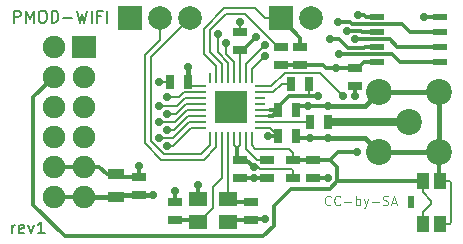
<source format=gbr>
G04 #@! TF.FileFunction,Copper,L1,Top,Signal*
%FSLAX46Y46*%
G04 Gerber Fmt 4.6, Leading zero omitted, Abs format (unit mm)*
G04 Created by KiCad (PCBNEW 4.0.2+dfsg1-stable) date ven. 22 févr. 2019 08:36:17 CET*
%MOMM*%
G01*
G04 APERTURE LIST*
%ADD10C,0.100000*%
%ADD11C,0.101600*%
%ADD12C,0.152400*%
%ADD13R,2.000000X1.900000*%
%ADD14C,1.900000*%
%ADD15C,2.199640*%
%ADD16R,0.635000X1.143000*%
%ADD17R,1.143000X0.635000*%
%ADD18R,0.850000X0.280000*%
%ADD19R,0.280000X0.850000*%
%ADD20R,2.750000X2.750000*%
%ADD21R,1.500000X1.200000*%
%ADD22R,1.397000X0.889000*%
%ADD23R,2.000000X2.000000*%
%ADD24C,2.000000*%
%ADD25R,1.143000X0.508000*%
%ADD26R,1.050000X1.400000*%
%ADD27R,0.500000X1.100000*%
%ADD28C,0.711200*%
%ADD29C,0.304800*%
%ADD30C,0.203200*%
%ADD31C,0.406400*%
%ADD32C,0.650000*%
G04 APERTURE END LIST*
D10*
D11*
X156956667Y-111985714D02*
X156918572Y-112023810D01*
X156804286Y-112061905D01*
X156728096Y-112061905D01*
X156613810Y-112023810D01*
X156537619Y-111947619D01*
X156499524Y-111871429D01*
X156461429Y-111719048D01*
X156461429Y-111604762D01*
X156499524Y-111452381D01*
X156537619Y-111376190D01*
X156613810Y-111300000D01*
X156728096Y-111261905D01*
X156804286Y-111261905D01*
X156918572Y-111300000D01*
X156956667Y-111338095D01*
X157756667Y-111985714D02*
X157718572Y-112023810D01*
X157604286Y-112061905D01*
X157528096Y-112061905D01*
X157413810Y-112023810D01*
X157337619Y-111947619D01*
X157299524Y-111871429D01*
X157261429Y-111719048D01*
X157261429Y-111604762D01*
X157299524Y-111452381D01*
X157337619Y-111376190D01*
X157413810Y-111300000D01*
X157528096Y-111261905D01*
X157604286Y-111261905D01*
X157718572Y-111300000D01*
X157756667Y-111338095D01*
X158099524Y-111757143D02*
X158709048Y-111757143D01*
X159090000Y-112061905D02*
X159090000Y-111261905D01*
X159090000Y-111566667D02*
X159166191Y-111528571D01*
X159318572Y-111528571D01*
X159394762Y-111566667D01*
X159432857Y-111604762D01*
X159470953Y-111680952D01*
X159470953Y-111909524D01*
X159432857Y-111985714D01*
X159394762Y-112023810D01*
X159318572Y-112061905D01*
X159166191Y-112061905D01*
X159090000Y-112023810D01*
X159737620Y-111528571D02*
X159928096Y-112061905D01*
X160118572Y-111528571D02*
X159928096Y-112061905D01*
X159851905Y-112252381D01*
X159813810Y-112290476D01*
X159737620Y-112328571D01*
X160423334Y-111757143D02*
X161032858Y-111757143D01*
X161375715Y-112023810D02*
X161490001Y-112061905D01*
X161680477Y-112061905D01*
X161756667Y-112023810D01*
X161794763Y-111985714D01*
X161832858Y-111909524D01*
X161832858Y-111833333D01*
X161794763Y-111757143D01*
X161756667Y-111719048D01*
X161680477Y-111680952D01*
X161528096Y-111642857D01*
X161451905Y-111604762D01*
X161413810Y-111566667D01*
X161375715Y-111490476D01*
X161375715Y-111414286D01*
X161413810Y-111338095D01*
X161451905Y-111300000D01*
X161528096Y-111261905D01*
X161718572Y-111261905D01*
X161832858Y-111300000D01*
X162137620Y-111833333D02*
X162518572Y-111833333D01*
X162061429Y-112061905D02*
X162328096Y-111261905D01*
X162594763Y-112061905D01*
D12*
X129962857Y-114432381D02*
X129962857Y-113765714D01*
X129962857Y-113956190D02*
X130010476Y-113860952D01*
X130058095Y-113813333D01*
X130153333Y-113765714D01*
X130248572Y-113765714D01*
X130962858Y-114384762D02*
X130867620Y-114432381D01*
X130677143Y-114432381D01*
X130581905Y-114384762D01*
X130534286Y-114289524D01*
X130534286Y-113908571D01*
X130581905Y-113813333D01*
X130677143Y-113765714D01*
X130867620Y-113765714D01*
X130962858Y-113813333D01*
X131010477Y-113908571D01*
X131010477Y-114003810D01*
X130534286Y-114099048D01*
X131343810Y-113765714D02*
X131581905Y-114432381D01*
X131820001Y-113765714D01*
X132724763Y-114432381D02*
X132153334Y-114432381D01*
X132439048Y-114432381D02*
X132439048Y-113432381D01*
X132343810Y-113575238D01*
X132248572Y-113670476D01*
X132153334Y-113718095D01*
X130127620Y-96582381D02*
X130127620Y-95582381D01*
X130508573Y-95582381D01*
X130603811Y-95630000D01*
X130651430Y-95677619D01*
X130699049Y-95772857D01*
X130699049Y-95915714D01*
X130651430Y-96010952D01*
X130603811Y-96058571D01*
X130508573Y-96106190D01*
X130127620Y-96106190D01*
X131127620Y-96582381D02*
X131127620Y-95582381D01*
X131460954Y-96296667D01*
X131794287Y-95582381D01*
X131794287Y-96582381D01*
X132460953Y-95582381D02*
X132651430Y-95582381D01*
X132746668Y-95630000D01*
X132841906Y-95725238D01*
X132889525Y-95915714D01*
X132889525Y-96249048D01*
X132841906Y-96439524D01*
X132746668Y-96534762D01*
X132651430Y-96582381D01*
X132460953Y-96582381D01*
X132365715Y-96534762D01*
X132270477Y-96439524D01*
X132222858Y-96249048D01*
X132222858Y-95915714D01*
X132270477Y-95725238D01*
X132365715Y-95630000D01*
X132460953Y-95582381D01*
X133318096Y-96582381D02*
X133318096Y-95582381D01*
X133556191Y-95582381D01*
X133699049Y-95630000D01*
X133794287Y-95725238D01*
X133841906Y-95820476D01*
X133889525Y-96010952D01*
X133889525Y-96153810D01*
X133841906Y-96344286D01*
X133794287Y-96439524D01*
X133699049Y-96534762D01*
X133556191Y-96582381D01*
X133318096Y-96582381D01*
X134318096Y-96201429D02*
X135080001Y-96201429D01*
X135460953Y-95582381D02*
X135699048Y-96582381D01*
X135889525Y-95868095D01*
X136080001Y-96582381D01*
X136318096Y-95582381D01*
X136699048Y-96582381D02*
X136699048Y-95582381D01*
X137508572Y-96058571D02*
X137175238Y-96058571D01*
X137175238Y-96582381D02*
X137175238Y-95582381D01*
X137651429Y-95582381D01*
X138032381Y-96582381D02*
X138032381Y-95582381D01*
D13*
X136030000Y-98650000D03*
D14*
X136030000Y-101190000D03*
X136030000Y-103730000D03*
X136030000Y-106270000D03*
X136030000Y-108810000D03*
X136030000Y-111350000D03*
X133490000Y-98650000D03*
X133490000Y-101190000D03*
X133490000Y-103730000D03*
X133490000Y-106270000D03*
X133490000Y-108810000D03*
X133490000Y-111350000D03*
D15*
X161036000Y-107540000D03*
X161036000Y-102460000D03*
X166116000Y-107540000D03*
X166116000Y-102460000D03*
X163576000Y-105000000D03*
D16*
X156762000Y-105000000D03*
X155238000Y-105000000D03*
D17*
X150240000Y-111738000D03*
X150240000Y-113262000D03*
X143740000Y-113262000D03*
X143740000Y-111738000D03*
X151590000Y-108238000D03*
X151590000Y-109762000D03*
D18*
X151000000Y-105500000D03*
X151000000Y-105000000D03*
X151000000Y-104500000D03*
X151000000Y-104000000D03*
X151000000Y-103500000D03*
X151000000Y-103000000D03*
X151000000Y-102500000D03*
X151000000Y-102000000D03*
D19*
X150250000Y-101250000D03*
X149750000Y-101250000D03*
X149250000Y-101250000D03*
X148750000Y-101250000D03*
X148250000Y-101250000D03*
X147750000Y-101250000D03*
X147250000Y-101250000D03*
X146750000Y-101250000D03*
D18*
X146000000Y-102000000D03*
X146000000Y-102500000D03*
X146000000Y-103000000D03*
X146000000Y-103500000D03*
X146000000Y-104000000D03*
X146000000Y-104500000D03*
X146000000Y-105000000D03*
X146000000Y-105500000D03*
D19*
X146750000Y-106250000D03*
X147250000Y-106250000D03*
X147750000Y-106250000D03*
X148250000Y-106250000D03*
X148750000Y-106250000D03*
X149250000Y-106250000D03*
X149750000Y-106250000D03*
X150250000Y-106250000D03*
D20*
X148500000Y-103750000D03*
D21*
X145750000Y-113500000D03*
X148250000Y-113500000D03*
X148250000Y-111500000D03*
X145750000Y-111500000D03*
D17*
X149250000Y-108238000D03*
X149250000Y-109762000D03*
D22*
X138750000Y-111352500D03*
X138750000Y-109447500D03*
D17*
X140750000Y-111162000D03*
X140750000Y-109638000D03*
D16*
X152528000Y-104000000D03*
X154052000Y-104000000D03*
D17*
X149250000Y-98932000D03*
X149250000Y-97408000D03*
D16*
X144842000Y-101600000D03*
X143318000Y-101600000D03*
D17*
X155480000Y-108238000D03*
X155480000Y-109762000D03*
X153800000Y-109762000D03*
X153800000Y-108238000D03*
D23*
X139960000Y-96160000D03*
D24*
X142500000Y-96160000D03*
X145040000Y-96160000D03*
D17*
X152770000Y-100182000D03*
X152770000Y-98658000D03*
D25*
X160833000Y-99905000D03*
X166167000Y-99905000D03*
X160833000Y-98635000D03*
X160833000Y-97365000D03*
X160833000Y-96095000D03*
X166167000Y-98635000D03*
X166167000Y-97365000D03*
X166167000Y-96095000D03*
D23*
X152710000Y-96220000D03*
D24*
X155250000Y-96220000D03*
D17*
X154350000Y-100182000D03*
X154350000Y-98658000D03*
D16*
X152528000Y-106220000D03*
X154052000Y-106220000D03*
X155132000Y-101770000D03*
X153608000Y-101770000D03*
D26*
X164725000Y-113600000D03*
X164725000Y-110000000D03*
X166175000Y-113600000D03*
X166175000Y-110000000D03*
D27*
X163750000Y-111800000D03*
D17*
X159000000Y-100448000D03*
X159000000Y-101972000D03*
D28*
X159000000Y-102830000D03*
X155230000Y-106330000D03*
X148500000Y-103750000D03*
X142420000Y-101600000D03*
X149250000Y-96530000D03*
X164840000Y-96090000D03*
X155010000Y-103670000D03*
X156700000Y-103670000D03*
X156700000Y-106330000D03*
X156700000Y-109760000D03*
X140750000Y-108720000D03*
X151410000Y-113260000D03*
X150420000Y-109760000D03*
X143740000Y-110820000D03*
X145750000Y-110300000D03*
X157430000Y-100450000D03*
X155860000Y-102830000D03*
X151610000Y-106220000D03*
X150660000Y-97780000D03*
X150420000Y-108840000D03*
X144840000Y-100380000D03*
X141920000Y-111160000D03*
X158010000Y-102830000D03*
X159170000Y-107540000D03*
X151350000Y-99420000D03*
X151350000Y-98470000D03*
X148120000Y-98280000D03*
X147390000Y-97550000D03*
X156860000Y-98000000D03*
X143100000Y-102930000D03*
X157560000Y-96540000D03*
X142420000Y-103610000D03*
X143100000Y-104290000D03*
X157620000Y-99270000D03*
X158290000Y-97270000D03*
X142420000Y-104970000D03*
X159000000Y-98000000D03*
X143100000Y-105650000D03*
X142420000Y-106330000D03*
X159240000Y-95940000D03*
X143100000Y-107010000D03*
D29*
X159000000Y-102830000D02*
X159000000Y-101972000D01*
X156700000Y-106330000D02*
X155230000Y-106330000D01*
X155230000Y-106330000D02*
X154162000Y-106330000D01*
D30*
X166175000Y-110000000D02*
X167010000Y-110000000D01*
X167010000Y-113600000D02*
X166175000Y-113600000D01*
X167150000Y-113460000D02*
X167010000Y-113600000D01*
X167150000Y-110140000D02*
X167150000Y-113460000D01*
X167010000Y-110000000D02*
X167150000Y-110140000D01*
D29*
X166116000Y-107540000D02*
X166116000Y-109941000D01*
X166116000Y-109941000D02*
X166175000Y-110000000D01*
X154162000Y-106330000D02*
X154052000Y-106220000D01*
D30*
X143318000Y-101600000D02*
X142420000Y-101600000D01*
X149250000Y-96530000D02*
X149250000Y-97408000D01*
D29*
X165345000Y-96095000D02*
X165340000Y-96090000D01*
X165340000Y-96090000D02*
X164840000Y-96090000D01*
X166167000Y-96095000D02*
X165345000Y-96095000D01*
X156700000Y-103670000D02*
X155010000Y-103670000D01*
X155010000Y-103670000D02*
X154382000Y-103670000D01*
X154382000Y-103670000D02*
X154052000Y-104000000D01*
X150420000Y-109760000D02*
X151588000Y-109760000D01*
X151588000Y-109760000D02*
X151590000Y-109762000D01*
D31*
X166116000Y-107540000D02*
X161036000Y-107540000D01*
X166116000Y-102460000D02*
X166116000Y-107540000D01*
X161036000Y-102460000D02*
X166116000Y-102460000D01*
X159826000Y-103670000D02*
X161036000Y-102460000D01*
X156700000Y-103670000D02*
X159826000Y-103670000D01*
X156700000Y-106330000D02*
X159826000Y-106330000D01*
X159826000Y-106330000D02*
X161036000Y-107540000D01*
D29*
X155482000Y-109760000D02*
X156700000Y-109760000D01*
X155482000Y-109760000D02*
X155480000Y-109762000D01*
X140750000Y-109638000D02*
X140750000Y-108720000D01*
X140750000Y-109638000D02*
X138940500Y-109638000D01*
X138940500Y-109638000D02*
X138750000Y-109447500D01*
X150242000Y-113260000D02*
X151410000Y-113260000D01*
X150242000Y-113260000D02*
X150240000Y-113262000D01*
X150240000Y-113262000D02*
X148488000Y-113262000D01*
X148488000Y-113262000D02*
X148250000Y-113500000D01*
X150048000Y-109762000D02*
X150050000Y-109760000D01*
X150048000Y-109762000D02*
X149250000Y-109762000D01*
X150050000Y-109760000D02*
X150420000Y-109760000D01*
X143740000Y-111738000D02*
X143740000Y-110820000D01*
X145750000Y-110300000D02*
X145750000Y-111500000D01*
X136030000Y-108810000D02*
X137340000Y-108810000D01*
X137977500Y-109447500D02*
X138750000Y-109447500D01*
X137340000Y-108810000D02*
X137977500Y-109447500D01*
X133490000Y-108810000D02*
X136030000Y-108810000D01*
X160833000Y-99905000D02*
X159795000Y-99905000D01*
X159795000Y-99905000D02*
X159252000Y-100448000D01*
X159252000Y-100448000D02*
X159000000Y-100448000D01*
X157430000Y-100450000D02*
X158998000Y-100450000D01*
X158998000Y-100450000D02*
X159000000Y-100448000D01*
D30*
X155132000Y-101770000D02*
X155132000Y-102830000D01*
D29*
X152528000Y-103742000D02*
X153440000Y-102830000D01*
X153440000Y-102830000D02*
X155132000Y-102830000D01*
X155132000Y-102830000D02*
X155860000Y-102830000D01*
X151610000Y-106220000D02*
X152528000Y-106220000D01*
D30*
X151000000Y-105500000D02*
X151808000Y-105500000D01*
X151808000Y-105500000D02*
X152528000Y-106220000D01*
D29*
X152528000Y-104000000D02*
X152528000Y-103742000D01*
X149250000Y-98932000D02*
X149508000Y-98932000D01*
X149508000Y-98932000D02*
X150660000Y-97780000D01*
D30*
X153800000Y-109762000D02*
X153800000Y-109140000D01*
X150810000Y-108840000D02*
X150420000Y-108840000D01*
X150970000Y-109000000D02*
X150810000Y-108840000D01*
X153660000Y-109000000D02*
X150970000Y-109000000D01*
X153800000Y-109140000D02*
X153660000Y-109000000D01*
D29*
X154350000Y-100182000D02*
X156312000Y-100182000D01*
X156580000Y-100450000D02*
X157430000Y-100450000D01*
X156312000Y-100182000D02*
X156580000Y-100450000D01*
X152770000Y-100182000D02*
X154350000Y-100182000D01*
X149818000Y-108238000D02*
X150420000Y-108840000D01*
X149250000Y-108238000D02*
X149818000Y-108238000D01*
X151730000Y-104500000D02*
X152028000Y-104500000D01*
D30*
X151000000Y-104500000D02*
X151730000Y-104500000D01*
D29*
X152028000Y-104500000D02*
X152528000Y-104000000D01*
D30*
X151000000Y-104000000D02*
X151780000Y-104000000D01*
D29*
X151780000Y-104000000D02*
X152528000Y-104000000D01*
D30*
X149250000Y-101250000D02*
X149250000Y-98932000D01*
D31*
X144840000Y-101598000D02*
X144840000Y-100380000D01*
X141572000Y-111162000D02*
X141574000Y-111160000D01*
X141574000Y-111160000D02*
X141920000Y-111160000D01*
X141572000Y-111162000D02*
X140750000Y-111162000D01*
X140752000Y-111160000D02*
X140750000Y-111162000D01*
X144840000Y-101598000D02*
X144842000Y-101600000D01*
D30*
X144842000Y-101600000D02*
X144842000Y-101682000D01*
X144842000Y-101682000D02*
X145160000Y-102000000D01*
X146000000Y-102000000D02*
X145160000Y-102000000D01*
D29*
X144838000Y-101366000D02*
X144842000Y-101370000D01*
D31*
X140750000Y-111162000D02*
X138940500Y-111162000D01*
X138940500Y-111162000D02*
X138750000Y-111352500D01*
X136030000Y-111350000D02*
X138747500Y-111350000D01*
X138747500Y-111350000D02*
X138750000Y-111352500D01*
D29*
X138747500Y-111350000D02*
X138750000Y-111352500D01*
X133490000Y-111350000D02*
X136030000Y-111350000D01*
X149000000Y-107230000D02*
X149000000Y-107988000D01*
X149000000Y-107988000D02*
X149250000Y-108238000D01*
D30*
X149250000Y-106250000D02*
X149250000Y-106980000D01*
X148750000Y-106980000D02*
X149000000Y-107230000D01*
X148750000Y-106980000D02*
X148750000Y-106250000D01*
X149250000Y-106980000D02*
X149000000Y-107230000D01*
D32*
X163576000Y-105000000D02*
X156762000Y-105000000D01*
D30*
X151000000Y-105000000D02*
X155238000Y-105000000D01*
D29*
X150240000Y-111738000D02*
X148488000Y-111738000D01*
X148488000Y-111738000D02*
X148250000Y-111500000D01*
D30*
X148250000Y-106250000D02*
X148250000Y-111500000D01*
D29*
X143740000Y-113262000D02*
X145512000Y-113262000D01*
X145512000Y-113262000D02*
X145750000Y-113500000D01*
D30*
X147000000Y-110500000D02*
X147000000Y-112250000D01*
X147750000Y-109750000D02*
X147000000Y-110500000D01*
X147750000Y-106250000D02*
X147750000Y-109750000D01*
X147000000Y-112250000D02*
X145750000Y-113500000D01*
X151590000Y-108238000D02*
X150718000Y-108238000D01*
X149750000Y-107270000D02*
X149750000Y-106250000D01*
X150718000Y-108238000D02*
X149750000Y-107270000D01*
D29*
X157500000Y-110000000D02*
X157500000Y-108840000D01*
X157500000Y-108840000D02*
X156898000Y-108238000D01*
X164725000Y-110000000D02*
X157500000Y-110000000D01*
X131780000Y-112040000D02*
X134430000Y-114690000D01*
X134430000Y-114690000D02*
X151240000Y-114690000D01*
X151240000Y-114690000D02*
X152150000Y-113780000D01*
X152150000Y-113780000D02*
X152150000Y-112100000D01*
X152150000Y-112100000D02*
X153600000Y-110650000D01*
X153600000Y-110650000D02*
X156850000Y-110650000D01*
X131780000Y-102900000D02*
X133490000Y-101190000D01*
X131780000Y-102900000D02*
X131780000Y-112040000D01*
X157500000Y-110000000D02*
X156850000Y-110650000D01*
X159170000Y-107540000D02*
X157596000Y-107540000D01*
X157596000Y-107540000D02*
X156898000Y-108238000D01*
D30*
X151000000Y-102000000D02*
X151930000Y-102000000D01*
X158010000Y-102830000D02*
X156060000Y-100880000D01*
X153050000Y-100880000D02*
X156060000Y-100880000D01*
X151930000Y-102000000D02*
X153050000Y-100880000D01*
X164725000Y-113600000D02*
X164725000Y-112655000D01*
X164725000Y-112655000D02*
X165450000Y-111930000D01*
X165450000Y-111930000D02*
X165450000Y-111670000D01*
X164725000Y-110945000D02*
X164725000Y-110000000D01*
X164725000Y-110945000D02*
X165450000Y-111670000D01*
D29*
X156898000Y-108238000D02*
X155480000Y-108238000D01*
X155480000Y-108238000D02*
X153800000Y-108238000D01*
D30*
X153800000Y-108238000D02*
X153800000Y-107620000D01*
X153450000Y-107270000D02*
X153800000Y-107620000D01*
X150250000Y-106980000D02*
X150250000Y-106250000D01*
X150250000Y-106980000D02*
X150540000Y-107270000D01*
X150540000Y-107270000D02*
X153450000Y-107270000D01*
X147250000Y-106250000D02*
X147250000Y-107150000D01*
X142500000Y-98040000D02*
X142500000Y-96160000D01*
X141230000Y-99310000D02*
X142500000Y-98040000D01*
X141230000Y-106810000D02*
X141230000Y-99310000D01*
X142620000Y-108200000D02*
X141230000Y-106810000D01*
X146200000Y-108200000D02*
X142620000Y-108200000D01*
X147250000Y-107150000D02*
X146200000Y-108200000D01*
X141700000Y-106620000D02*
X141700000Y-99500000D01*
X146750000Y-106990000D02*
X146010000Y-107730000D01*
X146010000Y-107730000D02*
X142810000Y-107730000D01*
X142810000Y-107730000D02*
X141700000Y-106620000D01*
X146750000Y-106250000D02*
X146750000Y-106990000D01*
X141700000Y-99500000D02*
X145040000Y-96160000D01*
X148120000Y-95820000D02*
X149680000Y-95820000D01*
X146690000Y-97250000D02*
X148120000Y-95820000D01*
X147750000Y-101250000D02*
X147750000Y-100120000D01*
X147750000Y-100120000D02*
X146690000Y-99060000D01*
X146690000Y-99060000D02*
X146690000Y-97250000D01*
X149680000Y-95820000D02*
X152518000Y-98658000D01*
X152518000Y-98658000D02*
X152770000Y-98658000D01*
X150250000Y-100520000D02*
X151350000Y-99420000D01*
X150250000Y-101250000D02*
X150250000Y-100520000D01*
X149750000Y-101250000D02*
X149750000Y-100070000D01*
X149750000Y-100070000D02*
X151350000Y-98470000D01*
X148120000Y-99260000D02*
X148750000Y-99890000D01*
X148750000Y-101250000D02*
X148750000Y-99890000D01*
X148120000Y-98280000D02*
X148120000Y-99260000D01*
X147390000Y-97550000D02*
X147390000Y-99110000D01*
X148250000Y-101250000D02*
X148250000Y-99970000D01*
X147390000Y-99110000D02*
X148250000Y-99970000D01*
D29*
X154350000Y-98658000D02*
X154350000Y-97860000D01*
X154350000Y-97860000D02*
X152710000Y-96220000D01*
D30*
X147940000Y-95380000D02*
X150550000Y-95380000D01*
X147250000Y-100270000D02*
X146230000Y-99250000D01*
X146230000Y-99250000D02*
X146230000Y-97090000D01*
X146230000Y-97090000D02*
X147940000Y-95380000D01*
X150550000Y-95380000D02*
X151390000Y-96220000D01*
X152710000Y-96220000D02*
X151390000Y-96220000D01*
X147250000Y-100270000D02*
X147250000Y-101250000D01*
D29*
X160833000Y-98635000D02*
X159895000Y-98635000D01*
X157690000Y-98000000D02*
X156860000Y-98000000D01*
X158420000Y-98730000D02*
X157690000Y-98000000D01*
X159800000Y-98730000D02*
X158420000Y-98730000D01*
X159895000Y-98635000D02*
X159800000Y-98730000D01*
D30*
X146000000Y-102500000D02*
X144500000Y-102500000D01*
X144070000Y-102930000D02*
X144500000Y-102500000D01*
X143100000Y-102930000D02*
X144070000Y-102930000D01*
D29*
X158780000Y-96730000D02*
X158590000Y-96540000D01*
X158590000Y-96540000D02*
X157560000Y-96540000D01*
X166167000Y-97365000D02*
X163645000Y-97365000D01*
X163645000Y-97365000D02*
X163010000Y-96730000D01*
X163010000Y-96730000D02*
X158780000Y-96730000D01*
D30*
X146000000Y-103000000D02*
X144590000Y-103000000D01*
X144590000Y-103000000D02*
X143980000Y-103610000D01*
X142420000Y-103610000D02*
X143980000Y-103610000D01*
X143100000Y-104290000D02*
X143890000Y-104290000D01*
X144680000Y-103500000D02*
X143890000Y-104290000D01*
X146000000Y-103500000D02*
X144680000Y-103500000D01*
D29*
X162815000Y-99905000D02*
X166167000Y-99905000D01*
X162180000Y-99270000D02*
X157620000Y-99270000D01*
X162815000Y-99905000D02*
X162180000Y-99270000D01*
X159595000Y-97365000D02*
X159500000Y-97270000D01*
X159500000Y-97270000D02*
X158290000Y-97270000D01*
X160833000Y-97365000D02*
X159595000Y-97365000D01*
D30*
X146000000Y-104000000D02*
X144770000Y-104000000D01*
X144770000Y-104000000D02*
X143800000Y-104970000D01*
X142420000Y-104970000D02*
X143800000Y-104970000D01*
D29*
X162595000Y-98635000D02*
X161960000Y-98000000D01*
X161960000Y-98000000D02*
X159000000Y-98000000D01*
X166167000Y-98635000D02*
X162595000Y-98635000D01*
D30*
X146000000Y-104500000D02*
X144860000Y-104500000D01*
X144860000Y-104500000D02*
X143710000Y-105650000D01*
X143100000Y-105650000D02*
X143710000Y-105650000D01*
X142420000Y-106330000D02*
X143610000Y-106330000D01*
X144940000Y-105000000D02*
X143610000Y-106330000D01*
X146000000Y-105000000D02*
X144940000Y-105000000D01*
D29*
X159905000Y-96095000D02*
X159750000Y-95940000D01*
X159750000Y-95940000D02*
X159240000Y-95940000D01*
X159905000Y-96095000D02*
X160833000Y-96095000D01*
D30*
X145100000Y-105500000D02*
X143590000Y-107010000D01*
X143590000Y-107010000D02*
X143100000Y-107010000D01*
X146000000Y-105500000D02*
X145100000Y-105500000D01*
X151000000Y-102500000D02*
X152090000Y-102500000D01*
X152820000Y-101770000D02*
X153608000Y-101770000D01*
X152090000Y-102500000D02*
X152820000Y-101770000D01*
M02*

</source>
